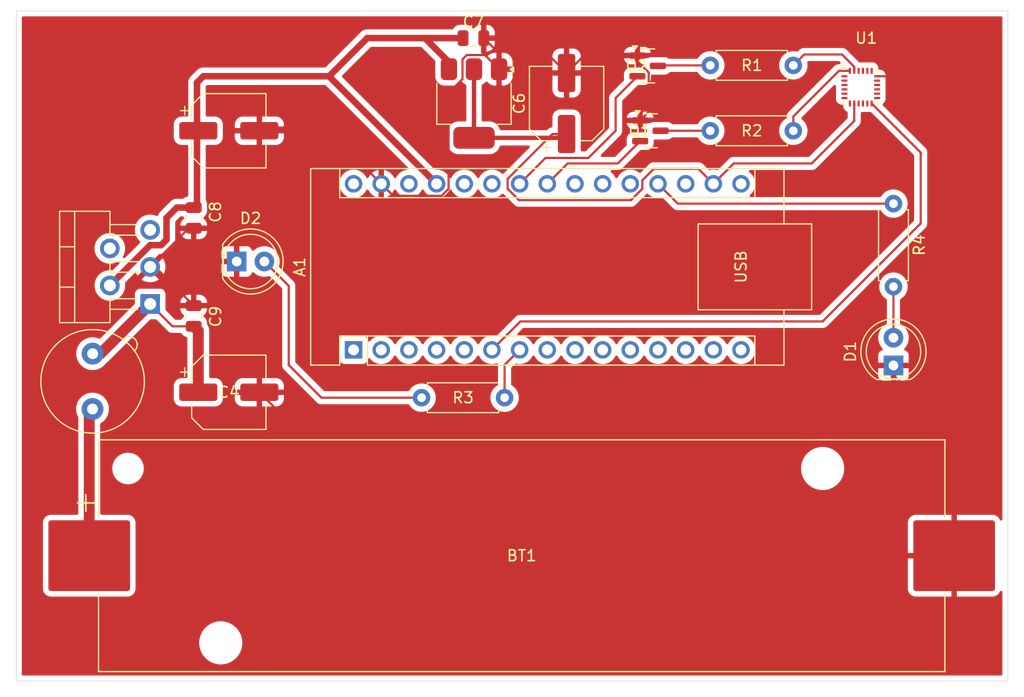
<source format=kicad_pcb>
(kicad_pcb (version 20241229) (generator "pcbnew") (generator_version "9.0")
  (layers (0 "F.Cu" signal) (2 "B.Cu" signal) (13 "F.Paste" user) (15 "B.Paste" user) (5 "F.SilkS" user "F.Silkscreen") (7 "B.SilkS" user "B.Silkscreen") (1 "F.Mask" user) (3 "B.Mask" user) (25 "Edge.Cuts" user))
  (net 0 "")
  (net 2 "Net-(A1-A5)")
  (net 10 "Net-(A1-D3)")
  (net 11 "/GND")
  (net 15 "Net-(A1-A4)")
  (net 18 "/5V")
  (net 20 "/3.3V")
  (net 22 "Net-(A1-A0)")
  (net 30 "Net-(A1-D4)")
  (net 31 "/BAT+")
  (net 32 "Net-(U2-VIN)")
  (net 33 "Net-(D1-A)")
  (net 34 "Net-(D2-A)")
  (net 35 "/SDA")
  (net 36 "Net-(Q2-D)")
  (net 37 "/SCL")
  (net 38 "Net-(U1-SDA{slash}MOSI)")
  (footprint "Capacitor_SMD:C_0805_2012Metric" (layer "F.Cu") (at 118.95 71.5 180)
    (property "Reference" "C7" (at 0 1.5 0) (layer "F.SilkS"))
    (property "Value" "C_45deg" (hide yes))
    (fp_line (start -0.261252 0.735) (end 0.261252 0.735) (stroke (width 0.12)) (layer "F.SilkS"))
    (fp_line (start -0.261252 -0.735) (end 0.261252 -0.735) (stroke (width 0.12)) (layer "F.SilkS"))
    (pad "1" smd roundrect (at -0.95 0 180) (size 1 1.45) (layers "F.Cu" "F.Mask" "F.Paste") (net 11 "/GND"))
    (pad "2" smd roundrect (at 0.95 0 180) (size 1 1.45) (layers "F.Cu" "F.Mask" "F.Paste") (net 18 "/5V"))
  )
  (footprint "LED_THT:LED_D5.0mm" (layer "F.Cu") (at 157.5 101.54 90)
    (property "Reference" "D1" (at 1.27 -3.96 90) (layer "F.SilkS"))
    (property "Value" "LED" (hide yes))
    (fp_line (start -1.29 -1.545) (end -1.29 1.545) (stroke (width 0.12)) (layer "F.SilkS"))
    (fp_arc (start -1.29 -1.54483) (mid 2.071779 -2.880495) (end 4.26 0) (stroke (width 0.12)) (layer "F.SilkS"))
    (fp_arc (start 4.26 0) (mid 2.071779 2.880495) (end -1.29 1.54483) (stroke (width 0.12)) (layer "F.SilkS"))
    (fp_circle (center 1.27 0) (end 3.77 0) (stroke (width 0.12)) (fill no) (layer "F.SilkS"))
    (pad "1" thru_hole rect (at 0 0 90) (size 1.8 1.8) (drill 0.9) (layers "*.Cu" "*.Mask") (net 11 "/GND"))
    (pad "2" thru_hole circle (at 2.54 0 90) (size 1.8 1.8) (drill 0.9) (layers "*.Cu" "*.Mask") (net 33 "Net-(D1-A)"))
  )
  (footprint "Capacitor_SMD:CP_Elec_6.3x5.3" (layer "F.Cu") (at 127.5 77.5 90)
    (property "Reference" "C6" (at 0 -4.35 90) (layer "F.SilkS"))
    (property "Value" "C_45deg" (hide yes))
    (fp_line (start 3.41 -3.41) (end 3.41 -1.06) (stroke (width 0.12)) (layer "F.SilkS"))
    (fp_line (start -2.345563 -3.41) (end 3.41 -3.41) (stroke (width 0.12)) (layer "F.SilkS"))
    (fp_line (start -3.41 -2.345563) (end -2.345563 -3.41) (stroke (width 0.12)) (layer "F.SilkS"))
    (fp_line (start -3.41 -2.345563) (end -3.41 -1.06) (stroke (width 0.12)) (layer "F.SilkS"))
    (fp_line (start -4.04375 -2.24125) (end -4.04375 -1.45375) (stroke (width 0.12)) (layer "F.SilkS"))
    (fp_line (start -4.4375 -1.8475) (end -3.65 -1.8475) (stroke (width 0.12)) (layer "F.SilkS"))
    (fp_line (start -3.41 2.345563) (end -3.41 1.06) (stroke (width 0.12)) (layer "F.SilkS"))
    (fp_line (start -3.41 2.345563) (end -2.345563 3.41) (stroke (width 0.12)) (layer "F.SilkS"))
    (fp_line (start 3.41 3.41) (end 3.41 1.06) (stroke (width 0.12)) (layer "F.SilkS"))
    (fp_line (start -2.345563 3.41) (end 3.41 3.41) (stroke (width 0.12)) (layer "F.SilkS"))
    (pad "1" smd roundrect (at -2.8 0 90) (size 3.5 1.6) (layers "F.Cu" "F.Mask" "F.Paste") (roundrect_rratio 0.15625) (net 20 "/3.3V"))
    (pad "2" smd roundrect (at 2.8 0 90) (size 3.5 1.6) (layers "F.Cu" "F.Mask" "F.Paste") (roundrect_rratio 0.15625) (net 11 "/GND"))
  )
  (footprint "Package_TO_SOT_SMD:SOT-23" (layer "F.Cu") (at 135.19 80)
    (property "Reference" "Q1" (at -1 0 0) (layer "F.SilkS"))
    (property "Value" "BSS138")
    (fp_line (start 0 -1.56) (end -0.65 -1.56) (stroke (width 0.12)) (layer "F.SilkS"))
    (fp_line (start 0 -1.56) (end 0.65 -1.56) (stroke (width 0.12)) (layer "F.SilkS"))
    (fp_line (start 0 1.56) (end -0.65 1.56) (stroke (width 0.12)) (layer "F.SilkS"))
    (fp_line (start 0 1.56) (end 0.65 1.56) (stroke (width 0.12)) (layer "F.SilkS"))
    (fp_poly (pts (xy -1.1625 -1.51) (xy -1.4025 -1.84) (xy -0.9225 -1.84)) (stroke (width 0.12)) (fill yes) (layer "F.SilkS"))
    (pad "1" smd roundrect (at -0.9375 -0.95) (size 1.475 0.6) (layers "F.Cu" "F.Mask" "F.Paste") (net 11 "/GND"))
    (pad "2" smd roundrect (at -0.9375 0.95) (size 1.475 0.6) (layers "F.Cu" "F.Mask" "F.Paste") (net 15 "Net-(A1-A4)"))
    (pad "3" smd roundrect (at 0.9375 0) (size 1.475 0.6) (layers "F.Cu" "F.Mask" "F.Paste") (net 35 "/SDA"))
  )
  (footprint "Resistor_THT:R_Axial_DIN0207_L6.3mm_D2.5mm_P7.62mm_Horizontal" (layer "F.Cu") (at 157.5 86.69 -90)
    (property "Reference" "R4" (at 3.81 -2.37 90) (layer "F.SilkS"))
    (property "Value" "R_Small" (hide yes))
    (fp_line (start 0.54 1.37) (end 7.08 1.37) (stroke (width 0.12)) (layer "F.SilkS"))
    (fp_line (start 7.08 1.37) (end 7.08 1.04) (stroke (width 0.12)) (layer "F.SilkS"))
    (fp_line (start 0.54 1.04) (end 0.54 1.37) (stroke (width 0.12)) (layer "F.SilkS"))
    (fp_line (start 0.54 -1.04) (end 0.54 -1.37) (stroke (width 0.12)) (layer "F.SilkS"))
    (fp_line (start 0.54 -1.37) (end 7.08 -1.37) (stroke (width 0.12)) (layer "F.SilkS"))
    (fp_line (start 7.08 -1.37) (end 7.08 -1.04) (stroke (width 0.12)) (layer "F.SilkS"))
    (pad "1" thru_hole circle (at 0 0 270) (size 1.6 1.6) (drill 0.8) (layers "*.Cu" "*.Mask") (net 22 "Net-(A1-A0)"))
    (pad "2" thru_hole circle (at 7.62 0 270) (size 1.6 1.6) (drill 0.8) (layers "*.Cu" "*.Mask") (net 33 "Net-(D1-A)"))
  )
  (footprint "Package_TO_SOT_THT:TO-220-5_P3.4x3.7mm_StaggerOdd_Lead3.8mm_Vertical" (layer "F.Cu") (at 89.281529 95.9 90)
    (property "Reference" "U2" (hide yes))
    (property "Value" "LM2596T-5")
    (fp_line (start 8.51 -8.31) (end 8.51 -3.69) (stroke (width 0.12)) (layer "F.SilkS"))
    (fp_line (start 5.25 -8.31) (end 5.25 -6.93) (stroke (width 0.12)) (layer "F.SilkS"))
    (fp_line (start 1.55 -8.31) (end 1.55 -6.93) (stroke (width 0.12)) (layer "F.SilkS"))
    (fp_line (start -1.71 -8.31) (end 8.51 -8.31) (stroke (width 0.12)) (layer "F.SilkS"))
    (fp_line (start -1.71 -8.31) (end -1.71 -3.69) (stroke (width 0.12)) (layer "F.SilkS"))
    (fp_line (start -1.71 -6.93) (end 8.51 -6.93) (stroke (width 0.12)) (layer "F.SilkS"))
    (fp_line (start 7.285 -3.69) (end 7.285 -1.054) (stroke (width 0.12)) (layer "F.SilkS"))
    (fp_line (start 6.315 -3.69) (end 6.315 -1.054) (stroke (width 0.12)) (layer "F.SilkS"))
    (fp_line (start 6.26 -3.69) (end 8.51 -3.69) (stroke (width 0.12)) (layer "F.SilkS"))
    (fp_line (start 3.885 -3.69) (end 3.885 -1.054) (stroke (width 0.12)) (layer "F.SilkS"))
    (fp_line (start 2.915 -3.69) (end 2.915 -1.054) (stroke (width 0.12)) (layer "F.SilkS"))
    (fp_line (start 2.86 -3.69) (end 3.94 -3.69) (stroke (width 0.12)) (layer "F.SilkS"))
    (fp_line (start 0.485 -3.69) (end 0.485 -1.16) (stroke (width 0.12)) (layer "F.SilkS"))
    (fp_line (start -0.485 -3.69) (end -0.485 -1.16) (stroke (width 0.12)) (layer "F.SilkS"))
    (fp_line (start -1.71 -3.69) (end 0.54 -3.69) (stroke (width 0.12)) (layer "F.SilkS"))
    (pad "1" thru_hole rect (at 0 0 90) (size 1.8 1.8) (drill 1.1) (layers "*.Cu" "*.Mask") (net 32 "Net-(U2-VIN)"))
    (pad "2" thru_hole circle (at 1.7 -3.7 90) (size 1.8 1.8) (drill 1.1) (layers "*.Cu" "*.Mask") (net 18 "/5V"))
    (pad "3" thru_hole circle (at 3.4 0 90) (size 1.8 1.8) (drill 1.1) (layers "*.Cu" "*.Mask") (net 11 "/GND"))
    (pad "4" thru_hole circle (at 5.1 -3.7 90) (size 1.8 1.8) (drill 1.1) (layers "*.Cu" "*.Mask"))
    (pad "5" thru_hole circle (at 6.8 0 90) (size 1.8 1.8) (drill 1.1) (layers "*.Cu" "*.Mask"))
  )
  (footprint "Resistor_THT:R_Axial_DIN0207_L6.3mm_D2.5mm_P7.62mm_Horizontal" (layer "F.Cu") (at 140.69 80)
    (property "Reference" "R2" (at 3.81 0 0) (layer "F.SilkS"))
    (property "Value" "R_45deg" (hide yes))
    (fp_line (start 0.54 -1.37) (end 7.08 -1.37) (stroke (width 0.12)) (layer "F.SilkS"))
    (fp_line (start 0.54 -1.04) (end 0.54 -1.37) (stroke (width 0.12)) (layer "F.SilkS"))
    (fp_line (start 0.54 1.04) (end 0.54 1.37) (stroke (width 0.12)) (layer "F.SilkS"))
    (fp_line (start 0.54 1.37) (end 7.08 1.37) (stroke (width 0.12)) (layer "F.SilkS"))
    (fp_line (start 7.08 -1.37) (end 7.08 -1.04) (stroke (width 0.12)) (layer "F.SilkS"))
    (fp_line (start 7.08 1.37) (end 7.08 1.04) (stroke (width 0.12)) (layer "F.SilkS"))
    (pad "1" thru_hole circle (at 0 0) (size 1.6 1.6) (drill 0.8) (layers "*.Cu" "*.Mask") (net 35 "/SDA"))
    (pad "2" thru_hole circle (at 7.62 0) (size 1.6 1.6) (drill 0.8) (layers "*.Cu" "*.Mask") (net 38 "Net-(U1-SDA{slash}MOSI)"))
  )
  (footprint "Capacitor_SMD:CP_Elec_6.3x9.9" (layer "F.Cu") (at 96.5 104)
    (property "Reference" "C4" (at 0 0 0) (layer "F.SilkS"))
    (property "Value" "C_Polarized" (hide yes))
    (fp_line (start -4.4375 -1.8475) (end -3.65 -1.8475) (stroke (width 0.12)) (layer "F.SilkS"))
    (fp_line (start -4.04375 -2.24125) (end -4.04375 -1.45375) (stroke (width 0.12)) (layer "F.SilkS"))
    (fp_line (start -3.41 -2.345563) (end -3.41 -1.06) (stroke (width 0.12)) (layer "F.SilkS"))
    (fp_line (start -3.41 -2.345563) (end -2.345563 -3.41) (stroke (width 0.12)) (layer "F.SilkS"))
    (fp_line (start -3.41 2.345563) (end -3.41 1.06) (stroke (width 0.12)) (layer "F.SilkS"))
    (fp_line (start -3.41 2.345563) (end -2.345563 3.41) (stroke (width 0.12)) (layer "F.SilkS"))
    (fp_line (start -2.345563 -3.41) (end 3.41 -3.41) (stroke (width 0.12)) (layer "F.SilkS"))
    (fp_line (start -2.345563 3.41) (end 3.41 3.41) (stroke (width 0.12)) (layer "F.SilkS"))
    (fp_line (start 3.41 -3.41) (end 3.41 -1.06) (stroke (width 0.12)) (layer "F.SilkS"))
    (fp_line (start 3.41 3.41) (end 3.41 1.06) (stroke (width 0.12)) (layer "F.SilkS"))
    (pad "1" smd roundrect (at -2.8 0) (size 3.5 1.6) (layers "F.Cu" "F.Mask" "F.Paste") (roundrect_rratio 0.15625) (net 32 "Net-(U2-VIN)"))
    (pad "2" smd roundrect (at 2.8 0) (size 3.5 1.6) (layers "F.Cu" "F.Mask" "F.Paste") (roundrect_rratio 0.15625) (net 11 "/GND"))
  )
  (footprint "Battery:BatteryHolder_Keystone_1042_1x18650" (layer "F.Cu") (at 123.38 119)
    (property "Reference" "BT1" (at 0 0 0) (layer "F.SilkS"))
    (property "Value" "Battery")
    (fp_line (start -38.84 -10.635) (end -38.84 -3.5) (stroke (width 0.12)) (layer "F.SilkS"))
    (fp_line (start -38.84 -10.635) (end 38.84 -10.635) (stroke (width 0.12)) (layer "F.SilkS"))
    (fp_line (start -38.84 3.5) (end -38.84 10.635) (stroke (width 0.12)) (layer "F.SilkS"))
    (fp_line (start -38.84 10.635) (end 38.84 10.635) (stroke (width 0.12)) (layer "F.SilkS"))
    (fp_line (start 38.84 -10.635) (end 38.84 -3.5) (stroke (width 0.12)) (layer "F.SilkS"))
    (fp_line (start 38.84 3.5) (end 38.84 10.635) (stroke (width 0.12)) (layer "F.SilkS"))
    (fp_text user "+" (at -40 -5 0) (layer "F.SilkS") (effects (font (size 2 2))))
    (pad "" np_thru_hole circle (at -36.13 -8) (size 2.39 2.39) (drill 2.39) (layers "*.Cu" "*.Mask"))
    (pad "" np_thru_hole circle (at -27.62 8) (size 3.45 3.45) (drill 3.45) (layers "*.Cu" "*.Mask"))
    (pad "" np_thru_hole circle (at 27.62 -8) (size 3.45 3.45) (drill 3.45) (layers "*.Cu" "*.Mask"))
    (pad "1" smd roundrect (at -39.69 0) (size 7.5 6.5) (layers "F.Cu" "F.Mask" "F.Paste") (roundrect_rratio 0.038462) (net 31 "/BAT+"))
    (pad "2" smd roundrect (at 39.69 0) (size 7.5 6.5) (layers "F.Cu" "F.Mask" "F.Paste") (roundrect_rratio 0.038462) (net 11 "/GND"))
  )
  (footprint "Resistor_THT:R_Axial_DIN0207_L6.3mm_D2.5mm_P7.62mm_Horizontal" (layer "F.Cu") (at 121.81 104.5 180)
    (property "Reference" "R3" (at 3.81 0 0) (layer "F.SilkS"))
    (property "Value" "R_Small" (hide yes))
    (fp_line (start 7.08 1.37) (end 7.08 1.04) (stroke (width 0.12)) (layer "F.SilkS"))
    (fp_line (start 7.08 -1.37) (end 7.08 -1.04) (stroke (width 0.12)) (layer "F.SilkS"))
    (fp_line (start 0.54 1.37) (end 7.08 1.37) (stroke (width 0.12)) (layer "F.SilkS"))
    (fp_line (start 0.54 1.04) (end 0.54 1.37) (stroke (width 0.12)) (layer "F.SilkS"))
    (fp_line (start 0.54 -1.04) (end 0.54 -1.37) (stroke (width 0.12)) (layer "F.SilkS"))
    (fp_line (start 0.54 -1.37) (end 7.08 -1.37) (stroke (width 0.12)) (layer "F.SilkS"))
    (pad "1" thru_hole circle (at 0 0 180) (size 1.6 1.6) (drill 0.8) (layers "*.Cu" "*.Mask") (net 30 "Net-(A1-D4)"))
    (pad "2" thru_hole circle (at 7.62 0 180) (size 1.6 1.6) (drill 0.8) (layers "*.Cu" "*.Mask") (net 34 "Net-(D2-A)"))
  )
  (footprint "Capacitor_SMD:C_0805_2012Metric" (layer "F.Cu") (at 93.281529 97 -90)
    (property "Reference" "C9" (at 0.05 -2 90) (layer "F.SilkS"))
    (property "Value" "C_45deg" (hide yes))
    (fp_line (start -0.261252 0.735) (end 0.261252 0.735) (stroke (width 0.12)) (layer "F.SilkS"))
    (fp_line (start -0.261252 -0.735) (end 0.261252 -0.735) (stroke (width 0.12)) (layer "F.SilkS"))
    (pad "1" smd roundrect (at -0.95 0 270) (size 1 1.45) (layers "F.Cu" "F.Mask" "F.Paste") (net 11 "/GND"))
    (pad "2" smd roundrect (at 0.95 0 270) (size 1 1.45) (layers "F.Cu" "F.Mask" "F.Paste") (net 32 "Net-(U2-VIN)"))
  )
  (footprint "Capacitor_SMD:C_0805_2012Metric" (layer "F.Cu") (at 93.281529 88 -90)
    (property "Reference" "C8" (at -0.55 -1.99 90) (layer "F.SilkS"))
    (property "Value" "C_45deg" (hide yes))
    (fp_line (start -0.261252 0.735) (end 0.261252 0.735) (stroke (width 0.12)) (layer "F.SilkS"))
    (fp_line (start -0.261252 -0.735) (end 0.261252 -0.735) (stroke (width 0.12)) (layer "F.SilkS"))
    (pad "1" smd roundrect (at -0.95 0 270) (size 1 1.45) (layers "F.Cu" "F.Mask" "F.Paste") (net 18 "/5V"))
    (pad "2" smd roundrect (at 0.95 0 270) (size 1 1.45) (layers "F.Cu" "F.Mask" "F.Paste") (net 11 "/GND"))
  )
  (footprint "Capacitor_SMD:CP_Elec_6.3x9.9" (layer "F.Cu") (at 96.5 80)
    (property "Reference" "C2" (hide yes))
    (property "Value" "C_Polarized" (hide yes))
    (fp_line (start -4.4375 -1.8475) (end -3.65 -1.8475) (stroke (width 0.12)) (layer "F.SilkS"))
    (fp_line (start -4.04375 -2.24125) (end -4.04375 -1.45375) (stroke (width 0.12)) (layer "F.SilkS"))
    (fp_line (start -3.41 -2.345563) (end -3.41 -1.06) (stroke (width 0.12)) (layer "F.SilkS"))
    (fp_line (start -3.41 -2.345563) (end -2.345563 -3.41) (stroke (width 0.12)) (layer "F.SilkS"))
    (fp_line (start -3.41 2.345563) (end -3.41 1.06) (stroke (width 0.12)) (layer "F.SilkS"))
    (fp_line (start -3.41 2.345563) (end -2.345563 3.41) (stroke (width 0.12)) (layer "F.SilkS"))
    (fp_line (start -2.345563 -3.41) (end 3.41 -3.41) (stroke (width 0.12)) (layer "F.SilkS"))
    (fp_line (start -2.345563 3.41) (end 3.41 3.41) (stroke (width 0.12)) (layer "F.SilkS"))
    (fp_line (start 3.41 -3.41) (end 3.41 -1.06) (stroke (width 0.12)) (layer "F.SilkS"))
    (fp_line (start 3.41 3.41) (end 3.41 1.06) (stroke (width 0.12)) (layer "F.SilkS"))
    (pad "1" smd roundrect (at -2.8 0) (size 3.5 1.6) (layers "F.Cu" "F.Mask" "F.Paste") (roundrect_rratio 0.15625) (net 18 "/5V"))
    (pad "2" smd roundrect (at 2.8 0) (size 3.5 1.6) (layers "F.Cu" "F.Mask" "F.Paste") (roundrect_rratio 0.15625) (net 11 "/GND"))
  )
  (footprint "Module:Arduino_Nano" (layer "F.Cu") (at 107.95 100.11 90)
    (property "Reference" "A1" (at 7.61 -4.95 90) (layer "F.SilkS"))
    (property "Value" "Arduino_Nano_v3.x")
    (fp_line (start 16.64 -3.94) (end -1.4 -3.94) (stroke (width 0.12)) (layer "F.SilkS"))
    (fp_line (start -1.4 -3.94) (end -1.4 -1.27) (stroke (width 0.12)) (layer "F.SilkS"))
    (fp_line (start 13.97 -1.27) (end 16.64 -1.27) (stroke (width 0.12)) (layer "F.SilkS"))
    (fp_line (start 13.97 -1.27) (end 13.97 36.83) (stroke (width 0.12)) (layer "F.SilkS"))
    (fp_line (start 1.27 -1.27) (end -1.4 -1.27) (stroke (width 0.12)) (layer "F.SilkS"))
    (fp_line (start 1.27 1.27) (end 1.27 -1.27) (stroke (width 0.12)) (layer "F.SilkS"))
    (fp_line (start 1.27 1.27) (end -1.4 1.27) (stroke (width 0.12)) (layer "F.SilkS"))
    (fp_line (start 1.27 1.27) (end 1.27 36.83) (stroke (width 0.12)) (layer "F.SilkS"))
    (fp_line (start -1.4 1.27) (end -1.4 39.5) (stroke (width 0.12)) (layer "F.SilkS"))
    (fp_line (start 11.56 31.62) (end 11.56 42.04) (stroke (width 0.12)) (layer "F.SilkS"))
    (fp_line (start 3.68 31.62) (end 11.56 31.62) (stroke (width 0.12)) (layer "F.SilkS"))
    (fp_line (start 13.97 36.83) (end 16.64 36.83) (stroke (width 0.12)) (layer "F.SilkS"))
    (fp_line (start 1.27 36.83) (end -1.4 36.83) (stroke (width 0.12)) (layer "F.SilkS"))
    (fp_line (start 16.64 39.5) (end 16.64 -3.94) (stroke (width 0.12)) (layer "F.SilkS"))
    (fp_line (start 16.64 39.5) (end 11.56 39.5) (stroke (width 0.12)) (layer "F.SilkS"))
    (fp_line (start -1.4 39.5) (end 3.68 39.5) (stroke (width 0.12)) (layer "F.SilkS"))
    (fp_line (start 11.56 42.04) (end 3.68 42.04) (stroke (width 0.12)) (layer "F.SilkS"))
    (fp_line (start 3.68 42.04) (end 3.68 31.62) (stroke (width 0.12)) (layer "F.SilkS"))
    (fp_text user "USB" (at 7.62 35.56 90) (layer "F.SilkS"))
    (pad "1" thru_hole rect (at 0 0 90) (size 1.6 1.6) (drill 1) (layers "*.Cu" "*.Mask"))
    (pad "2" thru_hole oval (at 0 2.54 90) (size 1.6 1.6) (drill 1) (layers "*.Cu" "*.Mask"))
    (pad "3" thru_hole oval (at 0 5.08 90) (size 1.6 1.6) (drill 1) (layers "*.Cu" "*.Mask"))
    (pad "4" thru_hole oval (at 0 7.62 90) (size 1.6 1.6) (drill 1) (layers "*.Cu" "*.Mask"))
    (pad "5" thru_hole oval (at 0 10.16 90) (size 1.6 1.6) (drill 1) (layers "*.Cu" "*.Mask"))
    (pad "6" thru_hole oval (at 0 12.7 90) (size 1.6 1.6) (drill 1) (layers "*.Cu" "*.Mask") (net 10 "Net-(A1-D3)"))
    (pad "7" thru_hole oval (at 0 15.24 90) (size 1.6 1.6) (drill 1) (layers "*.Cu" "*.Mask") (net 30 "Net-(A1-D4)"))
    (pad "8" thru_hole oval (at 0 17.78 90) (size 1.6 1.6) (drill 1) (layers "*.Cu" "*.Mask"))
    (pad "9" thru_hole oval (at 0 20.32 90) (size 1.6 1.6) (drill 1) (layers "*.Cu" "*.Mask"))
    (pad "10" thru_hole oval (at 0 22.86 90) (size 1.6 1.6) (drill 1) (layers "*.Cu" "*.Mask"))
    (pad "11" thru_hole oval (at 0 25.4 90) (size 1.6 1.6) (drill 1) (layers "*.Cu" "*.Mask"))
    (pad "12" thru_hole oval (at 0 27.94 90) (size 1.6 1.6) (drill 1) (layers "*.Cu" "*.Mask"))
    (pad "13" thru_hole oval (at 0 30.48 90) (size 1.6 1.6) (drill 1) (layers "*.Cu" "*.Mask"))
    (pad "14" thru_hole oval (at 0 33.02 90) (size 1.6 1.6) (drill 1) (layers "*.Cu" "*.Mask"))
    (pad "15" thru_hole oval (at 0 35.56 90) (size 1.6 1.6) (drill 1) (layers "*.Cu" "*.Mask"))
    (pad "16" thru_hole oval (at 15.24 35.56 90) (size 1.6 1.6) (drill 1) (layers "*.Cu" "*.Mask"))
    (pad "17" thru_hole oval (at 15.24 33.02 90) (size 1.6 1.6) (drill 1) (layers "*.Cu" "*.Mask") (net 20 "/3.3V"))
    (pad "18" thru_hole oval (at 15.24 30.48 90) (size 1.6 1.6) (drill 1) (layers "*.Cu" "*.Mask"))
    (pad "19" thru_hole oval (at 15.24 27.94 90) (size 1.6 1.6) (drill 1) (layers "*.Cu" "*.Mask") (net 22 "Net-(A1-A0)"))
    (pad "20" thru_hole oval (at 15.24 25.4 90) (size 1.6 1.6) (drill 1) (layers "*.Cu" "*.Mask"))
    (pad "21" thru_hole oval (at 15.24 22.86 90) (size 1.6 1.6) (drill 1) (layers "*.Cu" "*.Mask"))
    (pad "22" thru_hole oval (at 15.24 20.32 90) (size 1.6 1.6) (drill 1) (layers "*.Cu" "*.Mask"))
    (pad "23" thru_hole oval (at 15.24 17.78 90) (size 1.6 1.6) (drill 1) (layers "*.Cu" "*.Mask") (net 15 "Net-(A1-A4)"))
    (pad "24" thru_hole oval (at 15.24 15.24 90) (size 1.6 1.6) (drill 1) (layers "*.Cu" "*.Mask") (net 2 "Net-(A1-A5)"))
    (pad "25" thru_hole oval (at 15.24 12.7 90) (size 1.6 1.6) (drill 1) (layers "*.Cu" "*.Mask"))
    (pad "26" thru_hole oval (at 15.24 10.16 90) (size 1.6 1.6) (drill 1) (layers "*.Cu" "*.Mask"))
    (pad "27" thru_hole oval (at 15.24 7.62 90) (size 1.6 1.6) (drill 1) (layers "*.Cu" "*.Mask") (net 18 "/5V"))
    (pad "28" thru_hole oval (at 15.24 5.08 90) (size 1.6 1.6) (drill 1) (layers "*.Cu" "*.Mask"))
    (pad "29" thru_hole oval (at 15.24 2.54 90) (size 1.6 1.6) (drill 1) (layers "*.Cu" "*.Mask") (net 11 "/GND"))
    (pad "30" thru_hole oval (at 15.24 0 90) (size 1.6 1.6) (drill 1) (layers "*.Cu" "*.Mask"))
  )
  (footprint "Sensor_Motion:InvenSense_QFN-24_3x3mm_P0.4mm" (layer "F.Cu") (at 154.5 76)
    (property "Reference" "U1" (at 0.5 -4.5 0) (layer "F.SilkS"))
    (property "Value" "MPU-9250")
    (fp_line (start -1.6 1.6) (end -1.6 1.35) (stroke (width 0.12)) (layer "F.SilkS"))
    (fp_line (start -1.6 1.6) (end -1.35 1.6) (stroke (width 0.12)) (layer "F.SilkS"))
    (fp_line (start 1.6 -1.6) (end 1.35 -1.6) (stroke (width 0.12)) (layer "F.SilkS"))
    (fp_line (start 1.6 -1.6) (end 1.6 -1.35) (stroke (width 0.12)) (layer "F.SilkS"))
    (fp_line (start 1.6 1.6) (end 1.35 1.6) (stroke (width 0.12)) (layer "F.SilkS"))
    (fp_line (start 1.6 1.6) (end 1.6 1.35) (stroke (width 0.12)) (layer "F.SilkS"))
    (fp_poly (pts (xy -1.6 -1.6) (xy -1.84 -1.93) (xy -1.36 -1.93) (xy -1.6 -1.6)) (stroke (width 0.12)) (fill yes) (layer "F.SilkS"))
    (pad "1" smd roundrect (at -1.5 -1) (size 0.55 0.2) (layers "F.Cu" "F.Mask" "F.Paste"))
    (pad "2" smd roundrect (at -1.5 -0.6) (size 0.55 0.2) (layers "F.Cu" "F.Mask" "F.Paste"))
    (pad "3" smd roundrect (at -1.5 -0.2) (size 0.55 0.2) (layers "F.Cu" "F.Mask" "F.Paste"))
    (pad "4" smd roundrect (at -1.5 0.2) (size 0.55 0.2) (layers "F.Cu" "F.Mask" "F.Paste"))
    (pad "5" smd roundrect (at -1.5 0.6) (size 0.55 0.2) (layers "F.Cu" "F.Mask" "F.Paste"))
    (pad "6" smd roundrect (at -1.5 1) (size 0.55 0.2) (layers "F.Cu" "F.Mask" "F.Paste"))
    (pad "7" smd roundrect (at -1 1.5 90) (size 0.55 0.2) (layers "F.Cu" "F.Mask" "F.Paste"))
    (pad "8" smd roundrect (at -0.6 1.5 90) (size 0.55 0.2) (layers "F.Cu" "F.Mask" "F.Paste") (net 20 "/3.3V"))
    (pad "9" smd roundrect (at -0.2 1.5 90) (size 0.55 0.2) (layers "F.Cu" "F.Mask" "F.Paste"))
    (pad "10" smd roundrect (at 0.2 1.5 90) (size 0.55 0.2) (layers "F.Cu" "F.Mask" "F.Paste"))
    (pad "11" smd roundrect (at 0.6 1.5 90) (size 0.55 0.2) (layers "F.Cu" "F.Mask" "F.Paste"))
    (pad "12" smd roundrect (at 1 1.5 90) (size 0.55 0.2) (layers "F.Cu" "F.Mask" "F.Paste") (net 10 "Net-(A1-D3)"))
    (pad "13" smd roundrect (at 1.5 1) (size 0.55 0.2) (layers "F.Cu" "F.Mask" "F.Paste") (net 20 "/3.3V"))
    (pad "14" smd roundrect (at 1.5 0.6) (size 0.55 0.2) (layers "F.Cu" "F.Mask" "F.Paste"))
    (pad "15" smd roundrect (at 1.5 0.2) (size 0.55 0.2) (layers "F.Cu" "F.Mask" "F.Paste"))
    (pad "16" smd roundrect (at 1.5 -0.2) (size 0.55 0.2) (layers "F.Cu" "F.Mask" "F.Paste"))
    (pad "17" smd roundrect (at 1.5 -0.6) (size 0.55 0.2) (layers "F.Cu" "F.Mask" "F.Paste"))
    (pad "18" smd roundrect (at 1.5 -1) (size 0.55 0.2) (layers "F.Cu" "F.Mask" "F.Paste") (net 11 "/GND"))
    (pad "19" smd roundrect (at 1 -1.5 90) (size 0.55 0.2) (layers "F.Cu" "F.Mask" "F.Paste"))
    (pad "20" smd roundrect (at 0.6 -1.5 90) (size 0.55 0.2) (layers "F.Cu" "F.Mask" "F.Paste"))
    (pad "21" smd roundrect (at 0.2 -1.5 90) (size 0.55 0.2) (layers "F.Cu" "F.Mask" "F.Paste"))
    (pad "22" smd roundrect (at -0.2 -1.5 90) (size 0.55 0.2) (layers "F.Cu" "F.Mask" "F.Paste"))
    (pad "23" smd roundrect (at -0.6 -1.5 90) (size 0.55 0.2) (layers "F.Cu" "F.Mask" "F.Paste") (net 37 "/SCL"))
    (pad "24" smd roundrect (at -1 -1.5 90) (size 0.55 0.2) (layers "F.Cu" "F.Mask" "F.Paste") (net 38 "Net-(U1-SDA{slash}MOSI)"))
    (zone (net 0) (net_name "") (layer "F.Cu") (connect_pads (clearance 0)) (min_thickness 0.254)
      (keepout (tracks not_allowed) (vias not_allowed) (pads not_allowed) (copperpour not_allowed) (footprints allowed))
      (fill (thermal_gap 0.508) (thermal_bridge_width 0.508))
      (polygon (pts (xy 153.625 75.205) (xy 155.375 75.205) (xy 155.375 76.795) (xy 153.625 76.795)))
    )
  )
  (footprint "Package_TO_SOT_SMD:SOT-23" (layer "F.Cu") (at 134.9375 74.05)
    (property "Reference" "Q2" (at -1 0 0) (layer "F.SilkS"))
    (property "Value" "BSS138")
    (fp_line (start 0 -1.56) (end -0.65 -1.56) (stroke (width 0.12)) (layer "F.SilkS"))
    (fp_line (start 0 -1.56) (end 0.65 -1.56) (stroke (width 0.12)) (layer "F.SilkS"))
    (fp_line (start 0 1.56) (end -0.65 1.56) (stroke (width 0.12)) (layer "F.SilkS"))
    (fp_line (start 0 1.56) (end 0.65 1.56) (stroke (width 0.12)) (layer "F.SilkS"))
    (fp_poly (pts (xy -1.1625 -1.51) (xy -1.4025 -1.84) (xy -0.9225 -1.84)) (stroke (width 0.12)) (fill yes) (layer "F.SilkS"))
    (pad "1" smd roundrect (at -0.9375 -0.95) (size 1.475 0.6) (layers "F.Cu" "F.Mask" "F.Paste") (net 11 "/GND"))
    (pad "2" smd roundrect (at -0.9375 0.95) (size 1.475 0.6) (layers "F.Cu" "F.Mask" "F.Paste") (net 2 "Net-(A1-A5)"))
    (pad "3" smd roundrect (at 0.9375 0) (size 1.475 0.6) (layers "F.Cu" "F.Mask" "F.Paste") (net 36 "Net-(Q2-D)"))
  )
  (footprint "LED_THT:LED_D5.0mm" (layer "F.Cu") (at 97.225 92)
    (property "Reference" "D2" (at 1.27 -3.96 0) (layer "F.SilkS"))
    (property "Value" "LED")
    (fp_line (start -1.29 -1.545) (end -1.29 1.545) (stroke (width 0.12)) (layer "F.SilkS"))
    (fp_arc (start -1.29 -1.54483) (mid 2.071779 -2.880495) (end 4.26 0) (stroke (width 0.12)) (layer "F.SilkS"))
    (fp_arc (start 4.26 0) (mid 2.071779 2.880495) (end -1.29 1.54483) (stroke (width 0.12)) (layer "F.SilkS"))
    (fp_circle (center 1.27 0) (end 3.77 0) (stroke (width 0.12)) (fill no) (layer "F.SilkS"))
    (pad "1" thru_hole rect (at 0 0) (size 1.8 1.8) (drill 0.9) (layers "*.Cu" "*.Mask") (net 11 "/GND"))
    (pad "2" thru_hole circle (at 2.54 0) (size 1.8 1.8) (drill 0.9) (layers "*.Cu" "*.Mask") (net 34 "Net-(D2-A)"))
  )
  (footprint "Resistor_THT:R_Axial_DIN0207_L6.3mm_D2.5mm_P7.62mm_Horizontal" (layer "F.Cu") (at 140.69 74)
    (property "Reference" "R1" (at 3.81 0 0) (layer "F.SilkS"))
    (property "Value" "R_45deg" (hide yes))
    (fp_line (start 0.54 -1.37) (end 7.08 -1.37) (stroke (width 0.12)) (layer "F.SilkS"))
    (fp_line (start 0.54 -1.04) (end 0.54 -1.37) (stroke (width 0.12)) (layer "F.SilkS"))
    (fp_line (start 0.54 1.04) (end 0.54 1.37) (stroke (width 0.12)) (layer "F.SilkS"))
    (fp_line (start 0.54 1.37) (end 7.08 1.37) (stroke (width 0.12)) (layer "F.SilkS"))
    (fp_line (start 7.08 -1.37) (end 7.08 -1.04) (stroke (width 0.12)) (layer "F.SilkS"))
    (fp_line (start 7.08 1.37) (end 7.08 1.04) (stroke (width 0.12)) (layer "F.SilkS"))
    (pad "1" thru_hole circle (at 0 0) (size 1.6 1.6) (drill 0.8) (layers "*.Cu" "*.Mask") (net 36 "Net-(Q2-D)"))
    (pad "2" thru_hole circle (at 7.62 0) (size 1.6 1.6) (drill 0.8) (layers "*.Cu" "*.Mask") (net 37 "/SCL"))
  )
  (footprint "Fuse:Fuseholder_TR5_Littelfuse_No560_No460" (layer "F.Cu") (at 83.99 105.54 90)
    (property "Reference" "F1" (hide yes))
    (property "Value" "Fuse")
    (fp_line (start 6.39 2.79) (end 6.51 2.93) (stroke (width 0.12)) (layer "F.SilkS"))
    (fp_line (start 6.51 2.93) (end 6.6 3.09) (stroke (width 0.12)) (layer "F.SilkS"))
    (fp_line (start 6.6 3.09) (end 6.65 3.34) (stroke (width 0.12)) (layer "F.SilkS"))
    (fp_line (start 6.65 3.34) (end 6.62 3.6) (stroke (width 0.12)) (layer "F.SilkS"))
    (fp_line (start 6.62 3.6) (end 6.47 3.86) (stroke (width 0.12)) (layer "F.SilkS"))
    (fp_line (start 6.47 3.86) (end 6.25 4.03) (stroke (width 0.12)) (layer "F.SilkS"))
    (fp_line (start 5.49 3.99) (end 5.36 3.84) (stroke (width 0.12)) (layer "F.SilkS"))
    (fp_line (start 6.25 4.03) (end 5.96 4.11) (stroke (width 0.12)) (layer "F.SilkS"))
    (fp_line (start 5.67 4.07) (end 5.49 3.99) (stroke (width 0.12)) (layer "F.SilkS"))
    (fp_line (start 5.96 4.11) (end 5.67 4.07) (stroke (width 0.12)) (layer "F.SilkS"))
    (fp_circle (center 2.54 0.01) (end 7.29 0.01) (stroke (width 0.12)) (fill no) (layer "F.SilkS"))
    (pad "1" thru_hole circle (at 0 0 90) (size 2 2) (drill 1) (layers "*.Cu" "*.Mask") (net 31 "/BAT+"))
    (pad "2" thru_hole circle (at 5.08 0.01 90) (size 2 2) (drill 1) (layers "*.Cu" "*.Mask") (net 32 "Net-(U2-VIN)"))
  )
  (footprint "Package_TO_SOT_SMD:SOT-223-3_TabPin2" (layer "F.Cu") (at 119 77.5 -90)
    (property "Reference" "U3" (hide yes))
    (property "Value" "AMS1117-3.3")
    (fp_line (start -1.85 3.41) (end 1.91 3.41) (stroke (width 0.12)) (layer "F.SilkS"))
    (fp_line (start 1.91 3.41) (end 1.91 2.15) (stroke (width 0.12)) (layer "F.SilkS"))
    (fp_line (start -1.85 -3.41) (end 1.91 -3.41) (stroke (width 0.12)) (layer "F.SilkS"))
    (fp_line (start 1.91 -3.41) (end 1.91 -2.15) (stroke (width 0.12)) (layer "F.SilkS"))
    (fp_poly (pts (xy -3.13 -3.31) (xy -3.37 -3.64) (xy -2.89 -3.64) (xy -3.13 -3.31)) (stroke (width 0.12)) (fill yes) (layer "F.SilkS"))
    (pad "1" smd roundrect (at -3.15 -2.3 270) (size 2 1.5) (layers "F.Cu" "F.Mask" "F.Paste") (net 11 "/GND"))
    (pad "2" smd roundrect (at -3.15 0 270) (size 2 1.5) (layers "F.Cu" "F.Mask" "F.Paste") (net 20 "/3.3V"))
    (pad "2" smd roundrect (at 3.15 0 270) (size 2 3.8) (layers "F.Cu" "F.Mask" "F.Paste") (net 20 "/3.3V"))
    (pad "3" smd roundrect (at -3.15 2.3 270) (size 2 1.5) (layers "F.Cu" "F.Mask" "F.Paste") (net 18 "/5V"))
  )
  (gr_rect (start 77 69) (end 168 130.5) (stroke (width 0.05)) (fill no) (layer "Edge.Cuts"))
  (segment (start 132 77) (end 134 75) (width 0.2) (layer "F.Cu") (net 2))
  (segment (start 125.56 82.5) (end 129.5 82.5) (width 0.2) (layer "F.Cu") (net 2))
  (segment (start 123.19 84.87) (end 125.56 82.5) (width 0.2) (layer "F.Cu") (net 2))
  (segment (start 129.5 82.5) (end 132 80) (width 0.2) (layer "F.Cu") (net 2))
  (segment (start 132 80) (end 132 77) (width 0.2) (layer "F.Cu") (net 2))
  (segment (start 123.26 97.5) (end 120.65 100.11) (width 0.2) (layer "F.Cu") (net 10))
  (segment (start 160 82) (end 160 88.5) (width 0.2) (layer "F.Cu") (net 10))
  (segment (start 155.5 77.5) (end 160 82) (width 0.2) (layer "F.Cu") (net 10))
  (segment (start 160 88.5) (end 151 97.5) (width 0.2) (layer "F.Cu") (net 10))
  (segment (start 151 97.5) (end 123.26 97.5) (width 0.2) (layer "F.Cu") (net 10))
  (segment (start 116.02605 85.971) (end 111.591 85.971) (width 0.2) (layer "F.Cu") (net 11))
  (segment (start 111.591 85.971) (end 110.49 84.87) (width 0.2) (layer "F.Cu") (net 11))
  (segment (start 127.5 74.7) (end 124.3 71.5) (width 0.2) (layer "F.Cu") (net 11))
  (segment (start 89.281529 92.5) (end 89.731529 92.5) (width 0.2) (layer "F.Cu") (net 11))
  (segment (start 92.831529 88.95) (end 93.281529 88.95) (width 0.2) (layer "F.Cu") (net 11))
  (segment (start 99.13 85.95) (end 96.13 88.95) (width 0.2) (layer "F.Cu") (net 11))
  (segment (start 117.949 73.444992) (end 117.949 75.255008) (width 0.2) (layer "F.Cu") (net 11))
  (segment (start 134 73.1) (end 129.1 73.1) (width 0.2) (layer "F.Cu") (net 11))
  (segment (start 134 73.1) (end 134 73.620532) (width 0.2) (layer "F.Cu") (net 11))
  (segment (start 99.18 79.7) (end 99.18 85.9) (width 0.2) (layer "F.Cu") (net 11))
  (segment (start 116.671 85.32605) (end 116.02605 85.971) (width 0.2) (layer "F.Cu") (net 11))
  (segment (start 129.1 73.1) (end 127.5 74.7) (width 0.2) (layer "F.Cu") (net 11))
  (segment (start 89.281529 92.5) (end 92.831529 88.95) (width 0.2) (layer "F.Cu") (net 11))
  (segment (start 134 73.620532) (end 135.0385 74.659032) (width 0.2) (layer "F.Cu") (net 11))
  (segment (start 119.999 73.049) (end 118.344992 73.049) (width 0.2) (layer "F.Cu") (net 11))
  (segment (start 99.3 98.3) (end 97.05 96.05) (width 0.2) (layer "F.Cu") (net 11))
  (segment (start 99.18 85.9) (end 99.13 85.95) (width 0.2) (layer "F.Cu") (net 11))
  (segment (start 156 75) (end 157 75) (width 0.2) (layer "F.Cu") (net 11))
  (segment (start 121.3 74.35) (end 121.3 72.9) (width 0.2) (layer "F.Cu") (net 11))
  (segment (start 162.07 107) (end 163.07 108) (width 0.2) (layer "F.Cu") (net 11))
  (segment (start 157.5 102.43) (end 162.07 107) (width 0.2) (layer "F.Cu") (net 11))
  (segment (start 135.0385 78.264) (end 134.2525 79.05) (width 0.2) (layer "F.Cu") (net 11))
  (segment (start 102.3 107) (end 162.07 107) (width 0.2) (layer "F.Cu") (net 11))
  (segment (start 163.07 108) (end 163.07 117) (width 0.2) (layer "F.Cu") (net 11))
  (segment (start 105.32 79.7) (end 110.49 84.87) (width 0.2) (layer "F.Cu") (net 11))
  (segment (start 121.3 72.9) (end 119.9 71.5) (width 0.2) (layer "F.Cu") (net 11))
  (segment (start 157.5 101.54) (end 157.5 102.43) (width 0.2) (layer "F.Cu") (net 11))
  (segment (start 116.671 76.533008) (end 116.671 85.32605) (width 0.2) (layer "F.Cu") (net 11))
  (segment (start 99.3 104) (end 99.3 98.3) (width 0.2) (layer "F.Cu") (net 11))
  (segment (start 117.949 75.255008) (end 116.671 76.533008) (width 0.2) (layer "F.Cu") (net 11))
  (segment (start 96.13 88.95) (end 93.281529 88.95) (width 0.2) (layer "F.Cu") (net 11))
  (segment (start 99.3 104) (end 102.3 107) (width 0.2) (layer "F.Cu") (net 11))
  (segment (start 99.18 79.7) (end 100.38 79.7) (width 0.2) (layer "F.Cu") (net 11))
  (segment (start 124.3 71.5) (end 119.9 71.5) (width 0.2) (layer "F.Cu") (net 11))
  (segment (start 157 75) (end 163.07 81.07) (width 0.2) (layer "F.Cu") (net 11))
  (segment (start 89.731529 92.5) (end 93.281529 96.05) (width 0.2) (layer "F.Cu") (net 11))
  (segment (start 121.3 74.35) (end 119.999 73.049) (width 0.2) (layer "F.Cu") (net 11))
  (segment (start 99.18 79.7) (end 105.32 79.7) (width 0.2) (layer "F.Cu") (net 11))
  (segment (start 97.05 96.05) (end 93.281529 96.05) (width 0.2) (layer "F.Cu") (net 11))
  (segment (start 118.344992 73.049) (end 117.949 73.444992) (width 0.2) (layer "F.Cu") (net 11))
  (segment (start 163.07 81.07) (end 163.07 119) (width 0.2) (layer "F.Cu") (net 11))
  (segment (start 135.0385 74.659032) (end 135.0385 78.264) (width 0.2) (layer "F.Cu") (net 11))
  (segment (start 125.73 84.87) (end 127.6 83) (width 0.2) (layer "F.Cu") (net 15))
  (segment (start 127.6 83) (end 132.2025 83) (width 0.2) (layer "F.Cu") (net 15))
  (segment (start 132.2025 83) (end 134.2525 80.95) (width 0.2) (layer "F.Cu") (net 15))
  (segment (start 85.581529 94.2) (end 89.281529 90.5) (width 0.6) (layer "F.Cu") (net 18))
  (segment (start 116.7 73.7) (end 116.7 74.35) (width 0.6) (layer "F.Cu") (net 18))
  (segment (start 93.58 79.7) (end 93.58 75.58) (width 0.6) (layer "F.Cu") (net 18))
  (segment (start 85.581529 94.2) (end 85.88 94.2) (width 0.2) (layer "F.Cu") (net 18))
  (segment (start 118 71.5) (end 114.5 71.5) (width 0.6) (layer "F.Cu") (net 18))
  (segment (start 90.281529 90.5) (end 90.781529 90) (width 0.6) (layer "F.Cu") (net 18))
  (segment (start 93.58 86.751529) (end 93.281529 87.05) (width 0.2) (layer "F.Cu") (net 18))
  (segment (start 114.5 71.5) (end 116.7 73.7) (width 0.6) (layer "F.Cu") (net 18))
  (segment (start 93.58 75.58) (end 94.16 75) (width 0.6) (layer "F.Cu") (net 18))
  (segment (start 109.2 71.5) (end 114.5 71.5) (width 0.6) (layer "F.Cu") (net 18))
  (segment (start 94.16 75) (end 105.7 75) (width 0.6) (layer "F.Cu") (net 18))
  (segment (start 90.781529 88) (end 91.731529 87.05) (width 0.6) (layer "F.Cu") (net 18))
  (segment (start 105.7 75) (end 109.2 71.5) (width 0.6) (layer "F.Cu") (net 18))
  (segment (start 105.7 75) (end 115.57 84.87) (width 0.6) (layer "F.Cu") (net 18))
  (segment (start 91.731529 87.05) (end 93.281529 87.05) (width 0.6) (layer "F.Cu") (net 18))
  (segment (start 90.781529 90) (end 90.781529 88) (width 0.6) (layer "F.Cu") (net 18))
  (segment (start 93.58 79.7) (end 93.58 86.751529) (width 0.6) (layer "F.Cu") (net 18))
  (segment (start 89.281529 90.5) (end 90.281529 90.5) (width 0.6) (layer "F.Cu") (net 18))
  (segment (start 142.84 83) (end 140.97 84.87) (width 0.2) (layer "F.Cu") (net 20))
  (segment (start 134.451 85.32605) (end 133.40505 86.372) (width 0.2) (layer "F.Cu") (net 20))
  (segment (start 150 83) (end 142.84 83) (width 0.2) (layer "F.Cu") (net 20))
  (segment (start 127.15 80.65) (end 127.5 80.3) (width 0.2) (layer "F.Cu") (net 20))
  (segment (start 123.13495 86.372) (end 122.089 85.32605) (width 0.2) (layer "F.Cu") (net 20))
  (segment (start 153.9 79.1) (end 150 83) (width 0.2) (layer "F.Cu") (net 20))
  (segment (start 119 80.65) (end 127.15 80.65) (width 0.4) (layer "F.Cu") (net 20))
  (segment (start 122.089 85.32605) (end 122.089 84.41395) (width 0.2) (layer "F.Cu") (net 20))
  (segment (start 133.40505 86.372) (end 123.13495 86.372) (width 0.2) (layer "F.Cu") (net 20))
  (segment (start 135.5 83.5) (end 134.451 84.549) (width 0.2) (layer "F.Cu") (net 20))
  (segment (start 153.9 77.5) (end 153.9 79.1) (width 0.2) (layer "F.Cu") (net 20))
  (segment (start 122.089 84.41395) (end 126.20295 80.3) (width 0.2) (layer "F.Cu") (net 20))
  (segment (start 140.97 84.87) (end 139.6 83.5) (width 0.2) (layer "F.Cu") (net 20))
  (segment (start 119 80.65) (end 119 74.35) (width 0.4) (layer "F.Cu") (net 20))
  (segment (start 139.6 83.5) (end 135.5 83.5) (width 0.2) (layer "F.Cu") (net 20))
  (segment (start 126.20295 80.3) (end 127.5 80.3) (width 0.2) (layer "F.Cu") (net 20))
  (segment (start 134.451 84.549) (end 134.451 85.32605) (width 0.2) (layer "F.Cu") (net 20))
  (segment (start 135.89 84.87) (end 137.71 86.69) (width 0.2) (layer "F.Cu") (net 22))
  (segment (start 137.71 86.69) (end 157.5 86.69) (width 0.2) (layer "F.Cu") (net 22))
  (segment (start 121.81 104.5) (end 121.81 101.49) (width 0.2) (layer "F.Cu") (net 30))
  (segment (start 121.81 101.49) (end 123.19 100.11) (width 0.2) (layer "F.Cu") (net 30))
  (segment (start 83.69 119) (end 83.69 106.34) (width 1) (layer "F.Cu") (net 31))
  (segment (start 83.69 106.34) (end 84.49 105.54) (width 1) (layer "F.Cu") (net 31))
  (segment (start 84.5 100.46) (end 84.721529 100.46) (width 1) (layer "F.Cu") (net 32))
  (segment (start 93.281529 97.95) (end 91.331529 97.95) (width 0.2) (layer "F.Cu") (net 32))
  (segment (start 84.721529 100.46) (end 89.281529 95.9) (width 1) (layer "F.Cu") (net 32))
  (segment (start 93.7 104) (end 93.7 98.368471) (width 1) (layer "F.Cu") (net 32))
  (segment (start 93.7 98.368471) (end 93.281529 97.95) (width 1) (layer "F.Cu") (net 32))
  (segment (start 91.331529 97.95) (end 89.281529 95.9) (width 0.2) (layer "F.Cu") (net 32))
  (segment (start 93.78 98.448471) (end 93.281529 97.95) (width 0.2) (layer "F.Cu") (net 32))
  (segment (start 157.5 99) (end 157.5 94.31) (width 0.2) (layer "F.Cu") (net 33))
  (segment (start 102 101.5) (end 102 94.235) (width 0.2) (layer "F.Cu") (net 34))
  (segment (start 102 94.235) (end 99.765 92) (width 0.2) (layer "F.Cu") (net 34))
  (segment (start 114.19 104.5) (end 105 104.5) (width 0.2) (layer "F.Cu") (net 34))
  (segment (start 105 104.5) (end 102 101.5) (width 0.2) (layer "F.Cu") (net 34))
  (segment (start 136.1275 80) (end 140.69 80) (width 0.2) (layer "F.Cu") (net 35))
  (segment (start 135.9375 74) (end 140.69 74) (width 0.2) (layer "F.Cu") (net 36))
  (segment (start 148.31 74) (end 149.31 73) (width 0.2) (layer "F.Cu") (net 37))
  (segment (start 149.31 73) (end 152.772774 73) (width 0.2) (layer "F.Cu") (net 37))
  (segment (start 153.9 74.127226) (end 152.772774 73) (width 0.2) (layer "F.Cu") (net 37))
  (segment (start 153.9 74.5) (end 153.9 74.127226) (width 0.2) (layer "F.Cu") (net 37))
  (segment (start 153.5 74.5) (end 152.5 74.5) (width 0.2) (layer "F.Cu") (net 38))
  (segment (start 148.31 78.69) (end 148.31 80) (width 0.2) (layer "F.Cu") (net 38))
  (segment (start 152.5 74.5) (end 148.31 78.69) (width 0.2) (layer "F.Cu") (net 38))
  (zone (net 11) (net_name "/GND") (layer "F.Cu") (connect_pads (clearance 0.5)) (min_thickness 0.25) (fill yes (thermal_gap 0.5) (thermal_bridge_width 0.5))
    (polygon (pts (xy 169.5 132) (xy 169.5 68) (xy 75.5 68) (xy 76 132)))
  )
)
</source>
